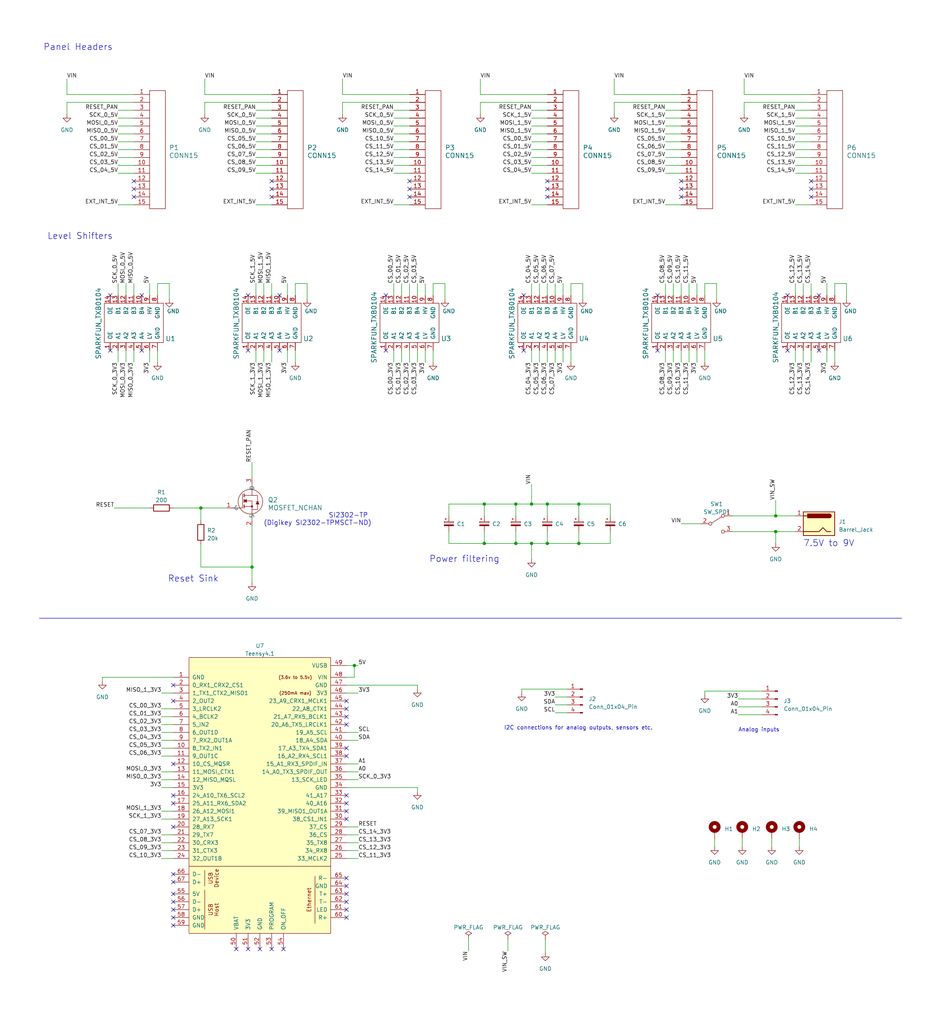
<source format=kicad_sch>
(kicad_sch (version 20230121) (generator eeschema)
  (paper "User" 304.8 330.2)
  (title_block (title "G4 Test Arena Teensy 4.1") (date "07/14/2023") (rev "v0.1") (company "IORodeo"))
  (lib_symbols
    (symbol "Connector:Barrel_Jack" (pin_names (offset 1.016))
      (property "Reference" "J" (at 0 5.334 0))
      (property "Value" "Barrel_Jack" (at 0 -5.08 0))
      (symbol "Barrel_Jack_1_1"
        (pin passive line (at 7.62 2.54 180) (length 2.54) (name "~") (number "1"))
        (pin passive line (at 7.62 -2.54 180) (length 2.54) (name "~") (number "2"))
      )
    )
    (symbol "Connector:Conn_01x04_Pin" (pin_names (offset 1.016) hide)
      (property "Reference" "J" (at 0 5.08 0))
      (property "Value" "Conn_01x04_Pin" (at 0 -7.62 0))
      (symbol "Conn_01x04_Pin_1_1"
        (pin passive line (at 5.08 2.54 180) (length 3.81) (name "Pin_1") (number "1"))
        (pin passive line (at 5.08 0 180) (length 3.81) (name "Pin_2") (number "2"))
        (pin passive line (at 5.08 -2.54 180) (length 3.81) (name "Pin_3") (number "3"))
        (pin passive line (at 5.08 -5.08 180) (length 3.81) (name "Pin_4") (number "4"))
      )
    )
    (symbol "Device:C_Polarized_Small" (pin_numbers hide) (pin_names (offset 0.254) hide)
      (property "Reference" "C" (at 0.254 1.778 0))
      (property "Value" "C_Polarized_Small" (at 0.254 -2.032 0))
      (symbol "C_Polarized_Small_1_1"
        (pin passive line (at 0 2.54 270) (length 1.8542) (name "~") (number "1"))
        (pin passive line (at 0 -2.54 90) (length 1.8542) (name "~") (number "2"))
      )
    )
    (symbol "Device:R" (pin_numbers hide) (pin_names (offset 0))
      (property "Reference" "R" (at 2.032 0 90))
      (property "Value" "R" (at 0 0 90))
      (symbol "R_1_1"
        (pin passive line (at 0 3.81 270) (length 1.27) (name "~") (number "1"))
        (pin passive line (at 0 -3.81 90) (length 1.27) (name "~") (number "2"))
      )
    )
    (symbol "Mechanical:MountingHole_Pad" (pin_numbers hide) (pin_names (offset 1.016) hide)
      (property "Reference" "H" (at 0 6.35 0))
      (property "Value" "MountingHole_Pad" (at 0 4.445 0))
      (symbol "MountingHole_Pad_1_1"
        (pin input line (at 0 -2.54 90) (length 2.54) (name "1") (number "1"))
      )
    )
    (symbol "Switch:SW_SPDT" (pin_names (offset 0) hide)
      (property "Reference" "SW" (at 0 4.318 0))
      (property "Value" "SW_SPDT" (at 0 -5.08 0))
      (symbol "SW_SPDT_1_1"
        (pin passive line (at 5.08 2.54 180) (length 2.54) (name "A") (number "1"))
        (pin passive line (at -5.08 0 0) (length 2.54) (name "B") (number "2"))
        (pin passive line (at 5.08 -2.54 180) (length 2.54) (name "C") (number "3"))
      )
    )
    (symbol "arena_custom:CONN15" (pin_names (offset 1.016))
      (property "Reference" "P" (at -17.78 6.35 0))
      (property "Value" "CONN15" (at 13.97 6.35 0))
      (symbol "CONN15_1_1"
        (pin passive line (at -17.78 -5.08 90) (length 5.08) (name "~") (number "1"))
        (pin passive line (at 5.08 -5.08 90) (length 5.08) (name "~") (number "10"))
        (pin passive line (at 7.62 -5.08 90) (length 5.08) (name "~") (number "11"))
        (pin passive line (at 10.16 -5.08 90) (length 5.08) (name "~") (number "12"))
        (pin passive line (at 12.7 -5.08 90) (length 5.08) (name "~") (number "13"))
        (pin passive line (at 15.24 -5.08 90) (length 5.08) (name "~") (number "14"))
        (pin passive line (at 17.78 -5.08 90) (length 5.08) (name "~") (number "15"))
        (pin passive line (at -15.24 -5.08 90) (length 5.08) (name "~") (number "2"))
        (pin passive line (at -12.7 -5.08 90) (length 5.08) (name "~") (number "3"))
        (pin passive line (at -10.16 -5.08 90) (length 5.08) (name "~") (number "4"))
        (pin passive line (at -7.62 -5.08 90) (length 5.08) (name "~") (number "5"))
        (pin passive line (at -5.08 -5.08 90) (length 5.08) (name "~") (number "6"))
        (pin passive line (at -2.54 -5.08 90) (length 5.08) (name "~") (number "7"))
        (pin passive line (at 0 -5.08 90) (length 5.08) (name "~") (number "8"))
        (pin passive line (at 2.54 -5.08 90) (length 5.08) (name "~") (number "9"))
      )
    )
    (symbol "arena_custom:MOSFET_NCHAN" (pin_names (offset 1.016))
      (property "Reference" "Q" (at -4.826 6.35 0))
      (property "Value" "MOSFET_NCHAN" (at 0.381 -7.62 0))
      (symbol "MOSFET_NCHAN_1_1"
        (pin input line (at -8.128 0 0) (length 1.27) (name "G") (number "1"))
        (pin input line (at 0 -5.588 90) (length 1.27) (name "S") (number "2"))
        (pin input line (at 0 9.525 270) (length 1.27) (name "D") (number "3"))
      )
    )
    (symbol "arena_custom:SPARKFUN_TXB0104" (pin_names (offset 1.016))
      (property "Reference" "U" (at 0 11.43 0))
      (property "Value" "SPARKFUN_TXB0104" (at 0 -11.43 0))
      (symbol "SPARKFUN_TXB0104_1_1"
        (pin passive line (at -8.89 7.62 0) (length 2.54) (name "OE") (number "1"))
        (pin input line (at 8.89 -2.54 180) (length 2.54) (name "B4") (number "10"))
        (pin bidirectional line (at 8.89 0 180) (length 2.54) (name "B3") (number "11"))
        (pin bidirectional line (at 8.89 2.54 180) (length 2.54) (name "B2") (number "12"))
        (pin bidirectional line (at 8.89 5.08 180) (length 2.54) (name "B1") (number "13"))
        (pin passive line (at 8.89 7.62 180) (length 2.54) (name "OE") (number "14"))
        (pin bidirectional line (at -8.89 5.08 0) (length 2.54) (name "A1") (number "2"))
        (pin bidirectional line (at -8.89 2.54 0) (length 2.54) (name "A2") (number "3"))
        (pin input line (at -8.89 0 0) (length 2.54) (name "A3") (number "4"))
        (pin bidirectional line (at -8.89 -2.54 0) (length 2.54) (name "A4") (number "5"))
        (pin power_in line (at -8.89 -5.08 0) (length 2.54) (name "LV") (number "6"))
        (pin power_in line (at -8.89 -7.62 0) (length 2.54) (name "GND") (number "7"))
        (pin power_in line (at 8.89 -7.62 180) (length 2.54) (name "GND") (number "8"))
        (pin power_in line (at 8.89 -5.08 180) (length 2.54) (name "HV") (number "9"))
      )
    )
    (symbol "arena_custom:Teensy4.1" (pin_names (offset 1.016))
      (property "Reference" "U" (at 0 64.77 0))
      (property "Value" "Teensy4.1" (at 0 62.23 0))
      (symbol "Teensy4.1_0_0"
        (text "(250mA max)" (at 11.43 49.53 0) (effects (font (size 1.016 1.016))))
        (text "(3.6v to 5.5v)" (at 11.43 54.61 0) (effects (font (size 1.016 1.016))))
        (text "Device" (at -13.97 -10.16 900) (effects (font (size 1.27 1.27))))
        (text "Ethernet" (at 15.875 -17.145 900) (effects (font (size 1.27 1.27))))
        (text "Host" (at -13.97 -20.32 900) (effects (font (size 1.27 1.27))))
        (text "USB" (at -15.875 -20.32 900) (effects (font (size 1.27 1.27))))
        (text "USB" (at -15.875 -10.16 900) (effects (font (size 1.27 1.27))))
        (pin bidirectional line (at -27.94 31.75 0) (length 5.08) (name "8_TX2_IN1") (number "10"))
        (pin bidirectional line (at -27.94 29.21 0) (length 5.08) (name "9_OUT1C") (number "11"))
        (pin bidirectional line (at -27.94 26.67 0) (length 5.08) (name "10_CS_MQSR") (number "12"))
        (pin bidirectional line (at -27.94 24.13 0) (length 5.08) (name "11_MOSI_CTX1") (number "13"))
        (pin bidirectional line (at -27.94 21.59 0) (length 5.08) (name "12_MISO_MQSL") (number "14"))
        (pin power_in line (at -27.94 19.05 0) (length 5.08) (name "3V3") (number "15"))
        (pin bidirectional line (at -27.94 16.51 0) (length 5.08) (name "24_A10_TX6_SCL2") (number "16"))
        (pin bidirectional line (at -27.94 13.97 0) (length 5.08) (name "25_A11_RX6_SDA2") (number "17"))
        (pin bidirectional line (at -27.94 11.43 0) (length 5.08) (name "26_A12_MOSI1") (number "18"))
        (pin bidirectional line (at -27.94 8.89 0) (length 5.08) (name "27_A13_SCK1") (number "19"))
        (pin bidirectional line (at -27.94 6.35 0) (length 5.08) (name "28_RX7") (number "20"))
        (pin bidirectional line (at -27.94 3.81 0) (length 5.08) (name "29_TX7") (number "21"))
        (pin bidirectional line (at -27.94 1.27 0) (length 5.08) (name "30_CRX3") (number "22"))
        (pin bidirectional line (at -27.94 -1.27 0) (length 5.08) (name "31_CTX3") (number "23"))
        (pin bidirectional line (at -27.94 -3.81 0) (length 5.08) (name "32_OUT1B") (number "24"))
        (pin bidirectional line (at 27.94 -3.81 180) (length 5.08) (name "33_MCLK2") (number "25"))
        (pin bidirectional line (at 27.94 -1.27 180) (length 5.08) (name "34_RX8") (number "26"))
        (pin bidirectional line (at 27.94 1.27 180) (length 5.08) (name "35_TX8") (number "27"))
        (pin bidirectional line (at 27.94 3.81 180) (length 5.08) (name "36_CS") (number "28"))
        (pin bidirectional line (at 27.94 6.35 180) (length 5.08) (name "37_CS") (number "29"))
        (pin bidirectional line (at 27.94 8.89 180) (length 5.08) (name "38_CS1_IN1") (number "30"))
        (pin bidirectional line (at 27.94 11.43 180) (length 5.08) (name "39_MISO1_OUT1A") (number "31"))
        (pin bidirectional line (at 27.94 13.97 180) (length 5.08) (name "40_A16") (number "32"))
        (pin bidirectional line (at 27.94 16.51 180) (length 5.08) (name "41_A17") (number "33"))
        (pin bidirectional line (at 27.94 21.59 180) (length 5.08) (name "13_SCK_LED") (number "35"))
        (pin bidirectional line (at 27.94 24.13 180) (length 5.08) (name "14_A0_TX3_SPDIF_OUT") (number "36"))
        (pin bidirectional line (at 27.94 26.67 180) (length 5.08) (name "15_A1_RX3_SPDIF_IN") (number "37"))
        (pin bidirectional line (at 27.94 29.21 180) (length 5.08) (name "16_A2_RX4_SCL1") (number "38"))
        (pin bidirectional line (at 27.94 31.75 180) (length 5.08) (name "17_A3_TX4_SDA1") (number "39"))
        (pin bidirectional line (at 27.94 34.29 180) (length 5.08) (name "18_A4_SDA") (number "40"))
        (pin bidirectional line (at 27.94 36.83 180) (length 5.08) (name "19_A5_SCL") (number "41"))
        (pin bidirectional line (at 27.94 39.37 180) (length 5.08) (name "20_A6_TX5_LRCLK1") (number "42"))
        (pin bidirectional line (at 27.94 41.91 180) (length 5.08) (name "21_A7_RX5_BCLK1") (number "43"))
        (pin bidirectional line (at 27.94 44.45 180) (length 5.08) (name "22_A8_CTX1") (number "44"))
        (pin bidirectional line (at 27.94 46.99 180) (length 5.08) (name "23_A9_CRX1_MCLK1") (number "45"))
        (pin power_in line (at 27.94 54.61 180) (length 5.08) (name "VIN") (number "48"))
        (pin power_out line (at 27.94 58.42 180) (length 5.08) (name "VUSB") (number "49"))
        (pin bidirectional line (at -27.94 44.45 0) (length 5.08) (name "3_LRCLK2") (number "5"))
        (pin power_in line (at -7.62 -33.02 90) (length 5.08) (name "VBAT") (number "50"))
        (pin power_in line (at -3.81 -33.02 90) (length 5.08) (name "3V3") (number "51"))
        (pin input line (at 3.81 -33.02 90) (length 5.08) (name "PROGRAM") (number "53"))
        (pin input line (at 7.62 -33.02 90) (length 5.08) (name "ON_OFF") (number "54"))
        (pin power_out line (at -27.94 -15.24 0) (length 5.08) (name "5V") (number "55"))
        (pin bidirectional line (at -27.94 -17.78 0) (length 5.08) (name "D-") (number "56"))
        (pin bidirectional line (at -27.94 -20.32 0) (length 5.08) (name "D+") (number "57"))
        (pin power_in line (at -27.94 -22.86 0) (length 5.08) (name "GND") (number "58"))
        (pin power_in line (at -27.94 -25.4 0) (length 5.08) (name "GND") (number "59"))
        (pin bidirectional line (at -27.94 41.91 0) (length 5.08) (name "4_BCLK2") (number "6"))
        (pin bidirectional line (at 27.94 -22.86 180) (length 5.08) (name "R+") (number "60"))
        (pin bidirectional line (at 27.94 -20.32 180) (length 5.08) (name "LED") (number "61"))
        (pin bidirectional line (at 27.94 -17.78 180) (length 5.08) (name "T-") (number "62"))
        (pin bidirectional line (at 27.94 -15.24 180) (length 5.08) (name "T+") (number "63"))
        (pin power_in line (at 27.94 -12.7 180) (length 5.08) (name "GND") (number "64"))
        (pin bidirectional line (at 27.94 -10.16 180) (length 5.08) (name "R-") (number "65"))
        (pin bidirectional line (at -27.94 -8.89 0) (length 5.08) (name "D-") (number "66"))
        (pin bidirectional line (at -27.94 -11.43 0) (length 5.08) (name "D+") (number "67"))
        (pin bidirectional line (at -27.94 39.37 0) (length 5.08) (name "5_IN2") (number "7"))
        (pin bidirectional line (at -27.94 36.83 0) (length 5.08) (name "6_OUT1D") (number "8"))
        (pin bidirectional line (at -27.94 34.29 0) (length 5.08) (name "7_RX2_OUT1A") (number "9"))
      )
      (symbol "Teensy4.1_1_0"
        (pin power_out line (at 27.94 49.53 180) (length 5.08) (name "3V3") (number "46"))
        (pin power_in line (at 27.94 52.07 180) (length 5.08) (name "GND") (number "47"))
        (pin power_in line (at 0 -33.02 90) (length 5.08) (name "GND") (number "52"))
      )
      (symbol "Teensy4.1_1_1"
        (pin power_in line (at -27.94 54.61 0) (length 5.08) (name "GND") (number "1"))
        (pin bidirectional line (at -27.94 52.07 0) (length 5.08) (name "0_RX1_CRX2_CS1") (number "2"))
        (pin bidirectional line (at -27.94 49.53 0) (length 5.08) (name "1_TX1_CTX2_MISO1") (number "3"))
        (pin power_in line (at 27.94 19.05 180) (length 5.08) (name "GND") (number "34"))
        (pin bidirectional line (at -27.94 46.99 0) (length 5.08) (name "2_OUT2") (number "4"))
      )
    )
    (symbol "power:GND" (power) (pin_names (offset 0))
      (property "Value" "GND" (at 0 -3.81 0))
      (symbol "GND_1_1"
        (pin power_in line (at 0 0 270) (length 0) hide (name "GND") (number "1"))
      )
    )
    (symbol "power:PWR_FLAG" (power) (pin_numbers hide) (pin_names (offset 0) hide)
      (property "Value" "PWR_FLAG" (at 0 3.81 0))
      (symbol "PWR_FLAG_0_0"
        (pin power_out line (at 0 0 90) (length 0) (name "pwr") (number "1"))
      )
    )
  )
  (junction (at 186.69 162.56))
  (junction (at 171.45 162.56))
  (junction (at 156.21 175.26))
  (junction (at 166.37 162.56))
  (junction (at 64.77 163.83))
  (junction (at 186.69 175.26))
  (junction (at 156.21 162.56))
  (junction (at 176.53 175.26))
  (junction (at 176.53 162.56))
  (junction (at 171.45 175.26))
  (junction (at 250.19 166.37))
  (junction (at 250.19 171.45))
  (junction (at 166.37 175.26))
  (junction (at 114.3 214.63))
  (junction (at 81.28 182.88))
  (no_connect (at 111.76 233.68))
  (no_connect (at 55.88 295.91))
  (no_connect (at 176.53 58.42))
  (no_connect (at 43.18 58.42))
  (no_connect (at 55.88 246.38))
  (no_connect (at 111.76 288.29))
  (no_connect (at 55.88 259.08))
  (no_connect (at 83.82 306.07))
  (no_connect (at 111.76 228.6))
  (no_connect (at 111.76 231.14))
  (no_connect (at 111.76 261.62))
  (no_connect (at 91.44 306.07))
  (no_connect (at 111.76 293.37))
  (no_connect (at 132.08 60.96))
  (no_connect (at 55.88 281.94))
  (no_connect (at 55.88 290.83))
  (no_connect (at 55.88 256.54))
  (no_connect (at 111.76 295.91))
  (no_connect (at 111.76 290.83))
  (no_connect (at 111.76 241.3))
  (no_connect (at 35.56 113.03))
  (no_connect (at 55.88 266.7))
  (no_connect (at 43.18 60.96))
  (no_connect (at 168.91 113.03))
  (no_connect (at 124.46 113.03))
  (no_connect (at 176.53 63.5))
  (no_connect (at 45.72 95.25))
  (no_connect (at 254 95.25))
  (no_connect (at 90.17 113.03))
  (no_connect (at 261.62 60.96))
  (no_connect (at 87.63 63.5))
  (no_connect (at 80.01 95.25))
  (no_connect (at 212.09 113.03))
  (no_connect (at 261.62 58.42))
  (no_connect (at 111.76 226.06))
  (no_connect (at 176.53 60.96))
  (no_connect (at 168.91 95.25))
  (no_connect (at 55.88 288.29))
  (no_connect (at 55.88 293.37))
  (no_connect (at 80.01 113.03))
  (no_connect (at 87.63 60.96))
  (no_connect (at 111.76 243.84))
  (no_connect (at 45.72 113.03))
  (no_connect (at 219.71 63.5))
  (no_connect (at 87.63 58.42))
  (no_connect (at 111.76 264.16))
  (no_connect (at 132.08 58.42))
  (no_connect (at 55.88 226.06))
  (no_connect (at 264.16 113.03))
  (no_connect (at 87.63 306.07))
  (no_connect (at 55.88 298.45))
  (no_connect (at 90.17 95.25))
  (no_connect (at 111.76 283.21))
  (no_connect (at 264.16 95.25))
  (no_connect (at 261.62 63.5))
  (no_connect (at 219.71 60.96))
  (no_connect (at 55.88 220.98))
  (no_connect (at 55.88 284.48))
  (no_connect (at 111.76 285.75))
  (no_connect (at 254 113.03))
  (no_connect (at 212.09 95.25))
  (no_connect (at 111.76 259.08))
  (no_connect (at 124.46 95.25))
  (no_connect (at 35.56 95.25))
  (no_connect (at 111.76 256.54))
  (no_connect (at 76.2 306.07))
  (no_connect (at 43.18 63.5))
  (no_connect (at 132.08 63.5))
  (no_connect (at 219.71 58.42))
  (no_connect (at 80.01 306.07))
  (wire (pts (xy 66.04 33.02) (xy 87.63 33.02)))
  (wire (pts (xy 52.07 238.76) (xy 55.88 238.76)))
  (wire (pts (xy 179.07 224.79) (xy 182.88 224.79)))
  (wire (pts (xy 176.53 162.56) (xy 176.53 166.37)))
  (wire (pts (xy 111.76 236.22) (xy 115.57 236.22)))
  (polyline (pts (xy 12.7 199.39) (xy 290.83 199.39)))
  (wire (pts (xy 227.33 113.03) (xy 227.33 116.84)))
  (wire (pts (xy 50.8 91.44) (xy 54.61 91.44)))
  (wire (pts (xy 43.18 40.64) (xy 38.1 40.64)))
  (wire (pts (xy 171.45 175.26) (xy 171.45 180.34)))
  (wire (pts (xy 176.53 48.26) (xy 171.45 48.26)))
  (wire (pts (xy 95.25 91.44) (xy 99.06 91.44)))
  (wire (pts (xy 224.79 113.03) (xy 224.79 116.84)))
  (wire (pts (xy 52.07 261.62) (xy 55.88 261.62)))
  (wire (pts (xy 87.63 38.1) (xy 82.55 38.1)))
  (wire (pts (xy 179.07 227.33) (xy 182.88 227.33)))
  (wire (pts (xy 87.63 113.03) (xy 87.63 116.84)))
  (wire (pts (xy 154.94 33.02) (xy 176.53 33.02)))
  (wire (pts (xy 132.08 55.88) (xy 127 55.88)))
  (wire (pts (xy 87.63 43.18) (xy 82.55 43.18)))
  (wire (pts (xy 52.07 231.14) (xy 55.88 231.14)))
  (wire (pts (xy 219.71 50.8) (xy 214.63 50.8)))
  (wire (pts (xy 85.09 95.25) (xy 85.09 91.44)))
  (wire (pts (xy 114.3 214.63) (xy 115.57 214.63)))
  (wire (pts (xy 52.07 251.46) (xy 55.88 251.46)))
  (wire (pts (xy 87.63 50.8) (xy 82.55 50.8)))
  (wire (pts (xy 176.53 55.88) (xy 171.45 55.88)))
  (wire (pts (xy 261.62 38.1) (xy 256.54 38.1)))
  (wire (pts (xy 261.62 43.18) (xy 256.54 43.18)))
  (wire (pts (xy 40.64 113.03) (xy 40.64 116.84)))
  (wire (pts (xy 240.03 33.02) (xy 240.03 36.83)))
  (wire (pts (xy 144.78 162.56) (xy 156.21 162.56)))
  (wire (pts (xy 168.275 222.25) (xy 168.275 223.52)))
  (wire (pts (xy 257.81 270.51) (xy 257.81 273.05)))
  (wire (pts (xy 186.69 162.56) (xy 186.69 166.37)))
  (wire (pts (xy 239.395 270.51) (xy 239.395 273.05)))
  (wire (pts (xy 111.76 246.38) (xy 115.57 246.38)))
  (wire (pts (xy 95.25 91.44) (xy 95.25 95.25)))
  (wire (pts (xy 43.18 66.04) (xy 38.1 66.04)))
  (wire (pts (xy 43.18 45.72) (xy 38.1 45.72)))
  (wire (pts (xy 38.1 113.03) (xy 38.1 116.84)))
  (wire (pts (xy 64.77 182.88) (xy 81.28 182.88)))
  (wire (pts (xy 21.59 25.4) (xy 21.59 30.48)))
  (wire (pts (xy 132.08 48.26) (xy 127 48.26)))
  (wire (pts (xy 176.53 113.03) (xy 176.53 116.84)))
  (wire (pts (xy 219.71 35.56) (xy 214.63 35.56)))
  (wire (pts (xy 137.16 95.25) (xy 137.16 91.44)))
  (wire (pts (xy 240.03 30.48) (xy 261.62 30.48)))
  (wire (pts (xy 139.7 113.03) (xy 139.7 116.84)))
  (wire (pts (xy 43.18 38.1) (xy 38.1 38.1)))
  (wire (pts (xy 198.12 33.02) (xy 198.12 36.83)))
  (wire (pts (xy 261.62 113.03) (xy 261.62 116.84)))
  (wire (pts (xy 66.04 33.02) (xy 66.04 36.83)))
  (wire (pts (xy 52.07 264.16) (xy 55.88 264.16)))
  (wire (pts (xy 43.18 53.34) (xy 38.1 53.34)))
  (wire (pts (xy 176.53 175.26) (xy 186.69 175.26)))
  (wire (pts (xy 156.21 162.56) (xy 166.37 162.56)))
  (wire (pts (xy 230.505 270.51) (xy 230.505 273.05)))
  (wire (pts (xy 266.7 95.25) (xy 266.7 91.44)))
  (wire (pts (xy 52.07 223.52) (xy 55.88 223.52)))
  (wire (pts (xy 43.18 50.8) (xy 38.1 50.8)))
  (wire (pts (xy 127 113.03) (xy 127 116.84)))
  (wire (pts (xy 176.53 53.34) (xy 171.45 53.34)))
  (wire (pts (xy 227.33 222.885) (xy 245.745 222.885)))
  (wire (pts (xy 261.62 45.72) (xy 256.54 45.72)))
  (wire (pts (xy 132.08 53.34) (xy 127 53.34)))
  (wire (pts (xy 21.59 30.48) (xy 43.18 30.48)))
  (wire (pts (xy 129.54 95.25) (xy 129.54 91.44)))
  (wire (pts (xy 52.07 269.24) (xy 55.88 269.24)))
  (wire (pts (xy 52.07 248.92) (xy 55.88 248.92)))
  (wire (pts (xy 110.49 25.4) (xy 110.49 30.48)))
  (wire (pts (xy 173.99 113.03) (xy 173.99 116.84)))
  (wire (pts (xy 110.49 30.48) (xy 132.08 30.48)))
  (wire (pts (xy 43.18 35.56) (xy 38.1 35.56)))
  (wire (pts (xy 43.18 48.26) (xy 38.1 48.26)))
  (wire (pts (xy 111.76 238.76) (xy 115.57 238.76)))
  (wire (pts (xy 82.55 95.25) (xy 82.55 91.44)))
  (wire (pts (xy 256.54 113.03) (xy 256.54 116.84)))
  (wire (pts (xy 166.37 162.56) (xy 166.37 166.37)))
  (wire (pts (xy 66.04 30.48) (xy 87.63 30.48)))
  (wire (pts (xy 33.02 218.44) (xy 33.02 219.71)))
  (wire (pts (xy 176.53 45.72) (xy 171.45 45.72)))
  (wire (pts (xy 198.12 25.4) (xy 198.12 30.48)))
  (wire (pts (xy 176.53 162.56) (xy 186.69 162.56)))
  (wire (pts (xy 176.53 95.25) (xy 176.53 91.44)))
  (wire (pts (xy 219.71 48.26) (xy 214.63 48.26)))
  (wire (pts (xy 179.07 95.25) (xy 179.07 91.44)))
  (wire (pts (xy 52.07 271.78) (xy 55.88 271.78)))
  (wire (pts (xy 137.16 113.03) (xy 137.16 116.84)))
  (wire (pts (xy 66.04 25.4) (xy 66.04 30.48)))
  (wire (pts (xy 115.57 269.24) (xy 111.76 269.24)))
  (wire (pts (xy 144.78 171.45) (xy 144.78 175.26)))
  (wire (pts (xy 181.61 95.25) (xy 181.61 91.44)))
  (wire (pts (xy 186.69 175.26) (xy 186.69 171.45)))
  (wire (pts (xy 219.71 38.1) (xy 214.63 38.1)))
  (wire (pts (xy 175.895 302.895) (xy 175.895 307.34)))
  (wire (pts (xy 111.76 254) (xy 134.62 254)))
  (wire (pts (xy 87.63 40.64) (xy 82.55 40.64)))
  (wire (pts (xy 269.24 113.03) (xy 269.24 116.84)))
  (wire (pts (xy 166.37 162.56) (xy 171.45 162.56)))
  (wire (pts (xy 111.76 220.98) (xy 134.62 220.98)))
  (wire (pts (xy 95.25 113.03) (xy 95.25 116.84)))
  (wire (pts (xy 132.08 50.8) (xy 127 50.8)))
  (wire (pts (xy 214.63 113.03) (xy 214.63 116.84)))
  (wire (pts (xy 179.07 229.87) (xy 182.88 229.87)))
  (wire (pts (xy 250.19 171.45) (xy 250.19 175.26)))
  (wire (pts (xy 115.57 274.32) (xy 111.76 274.32)))
  (wire (pts (xy 196.85 162.56) (xy 196.85 166.37)))
  (wire (pts (xy 171.45 175.26) (xy 176.53 175.26)))
  (wire (pts (xy 261.62 95.25) (xy 261.62 91.44)))
  (wire (pts (xy 261.62 48.26) (xy 256.54 48.26)))
  (wire (pts (xy 256.54 95.25) (xy 256.54 91.44)))
  (wire (pts (xy 154.94 25.4) (xy 154.94 30.48)))
  (wire (pts (xy 132.08 38.1) (xy 127 38.1)))
  (wire (pts (xy 176.53 38.1) (xy 171.45 38.1)))
  (wire (pts (xy 176.53 35.56) (xy 171.45 35.56)))
  (wire (pts (xy 176.53 40.64) (xy 171.45 40.64)))
  (wire (pts (xy 144.78 166.37) (xy 144.78 162.56)))
  (wire (pts (xy 176.53 175.26) (xy 176.53 171.45)))
  (wire (pts (xy 48.26 113.03) (xy 48.26 116.84)))
  (wire (pts (xy 171.45 156.21) (xy 171.45 162.56)))
  (wire (pts (xy 132.08 66.04) (xy 127 66.04)))
  (wire (pts (xy 261.62 35.56) (xy 256.54 35.56)))
  (wire (pts (xy 50.8 91.44) (xy 50.8 95.25)))
  (wire (pts (xy 173.99 95.25) (xy 173.99 91.44)))
  (wire (pts (xy 21.59 33.02) (xy 21.59 36.83)))
  (wire (pts (xy 114.3 218.44) (xy 114.3 214.63)))
  (wire (pts (xy 132.08 95.25) (xy 132.08 91.44)))
  (wire (pts (xy 85.09 113.03) (xy 85.09 116.84)))
  (wire (pts (xy 196.85 171.45) (xy 196.85 175.26)))
  (wire (pts (xy 171.45 113.03) (xy 171.45 116.84)))
  (wire (pts (xy 36.83 163.83) (xy 48.26 163.83)))
  (wire (pts (xy 132.08 40.64) (xy 127 40.64)))
  (wire (pts (xy 50.8 113.03) (xy 50.8 116.84)))
  (wire (pts (xy 222.25 113.03) (xy 222.25 116.84)))
  (wire (pts (xy 171.45 162.56) (xy 176.53 162.56)))
  (wire (pts (xy 179.07 113.03) (xy 179.07 116.84)))
  (wire (pts (xy 132.08 45.72) (xy 127 45.72)))
  (wire (pts (xy 250.19 171.45) (xy 256.54 171.45)))
  (wire (pts (xy 236.22 166.37) (xy 250.19 166.37)))
  (wire (pts (xy 43.18 55.88) (xy 38.1 55.88)))
  (wire (pts (xy 43.18 43.18) (xy 38.1 43.18)))
  (wire (pts (xy 226.06 168.91) (xy 219.71 168.91)))
  (wire (pts (xy 154.94 30.48) (xy 176.53 30.48)))
  (wire (pts (xy 134.62 220.98) (xy 134.62 222.25)))
  (wire (pts (xy 250.19 166.37) (xy 256.54 166.37)))
  (wire (pts (xy 132.08 113.03) (xy 132.08 116.84)))
  (wire (pts (xy 110.49 33.02) (xy 110.49 36.83)))
  (wire (pts (xy 52.07 243.84) (xy 55.88 243.84)))
  (wire (pts (xy 52.07 236.22) (xy 55.88 236.22)))
  (wire (pts (xy 55.88 254) (xy 52.07 254)))
  (wire (pts (xy 139.7 91.44) (xy 139.7 95.25)))
  (wire (pts (xy 111.76 218.44) (xy 114.3 218.44)))
  (wire (pts (xy 184.15 91.44) (xy 187.96 91.44)))
  (wire (pts (xy 115.57 251.46) (xy 111.76 251.46)))
  (wire (pts (xy 87.63 53.34) (xy 82.55 53.34)))
  (wire (pts (xy 163.83 302.895) (xy 163.83 306.705)))
  (wire (pts (xy 217.17 113.03) (xy 217.17 116.84)))
  (wire (pts (xy 219.71 40.64) (xy 214.63 40.64)))
  (wire (pts (xy 52.07 241.3) (xy 55.88 241.3)))
  (wire (pts (xy 92.71 113.03) (xy 92.71 116.84)))
  (wire (pts (xy 82.55 113.03) (xy 82.55 116.84)))
  (wire (pts (xy 144.78 175.26) (xy 156.21 175.26)))
  (wire (pts (xy 261.62 55.88) (xy 256.54 55.88)))
  (wire (pts (xy 115.57 276.86) (xy 111.76 276.86)))
  (wire (pts (xy 134.62 254) (xy 134.62 255.27)))
  (wire (pts (xy 198.12 33.02) (xy 219.71 33.02)))
  (wire (pts (xy 184.15 91.44) (xy 184.15 95.25)))
  (wire (pts (xy 261.62 40.64) (xy 256.54 40.64)))
  (wire (pts (xy 87.63 55.88) (xy 82.55 55.88)))
  (wire (pts (xy 151.13 302.895) (xy 151.13 306.705)))
  (wire (pts (xy 181.61 113.03) (xy 181.61 116.84)))
  (wire (pts (xy 134.62 95.25) (xy 134.62 91.44)))
  (wire (pts (xy 219.71 113.03) (xy 219.71 116.84)))
  (wire (pts (xy 250.19 166.37) (xy 250.19 161.29)))
  (wire (pts (xy 219.71 55.88) (xy 214.63 55.88)))
  (wire (pts (xy 184.15 113.03) (xy 184.15 116.84)))
  (wire (pts (xy 21.59 33.02) (xy 43.18 33.02)))
  (wire (pts (xy 87.63 35.56) (xy 82.55 35.56)))
  (wire (pts (xy 129.54 113.03) (xy 129.54 116.84)))
  (wire (pts (xy 219.71 66.04) (xy 214.63 66.04)))
  (wire (pts (xy 55.88 163.83) (xy 64.77 163.83)))
  (wire (pts (xy 111.76 266.7) (xy 115.57 266.7)))
  (wire (pts (xy 269.24 91.44) (xy 269.24 95.25)))
  (wire (pts (xy 248.92 270.51) (xy 248.92 273.05)))
  (wire (pts (xy 196.85 175.26) (xy 186.69 175.26)))
  (wire (pts (xy 52.07 228.6) (xy 55.88 228.6)))
  (wire (pts (xy 132.08 43.18) (xy 127 43.18)))
  (wire (pts (xy 48.26 95.25) (xy 48.26 91.44)))
  (wire (pts (xy 99.06 91.44) (xy 99.06 96.52)))
  (wire (pts (xy 227.33 91.44) (xy 231.14 91.44)))
  (wire (pts (xy 219.71 95.25) (xy 219.71 91.44)))
  (wire (pts (xy 219.71 53.34) (xy 214.63 53.34)))
  (wire (pts (xy 81.28 182.88) (xy 81.28 187.96)))
  (wire (pts (xy 261.62 66.04) (xy 256.54 66.04)))
  (wire (pts (xy 224.79 95.25) (xy 224.79 91.44)))
  (wire (pts (xy 187.96 91.44) (xy 187.96 96.52)))
  (wire (pts (xy 115.57 271.78) (xy 111.76 271.78)))
  (wire (pts (xy 54.61 91.44) (xy 54.61 96.52)))
  (wire (pts (xy 266.7 113.03) (xy 266.7 116.84)))
  (wire (pts (xy 134.62 113.03) (xy 134.62 116.84)))
  (wire (pts (xy 240.03 25.4) (xy 240.03 30.48)))
  (wire (pts (xy 176.53 50.8) (xy 171.45 50.8)))
  (wire (pts (xy 156.21 162.56) (xy 156.21 166.37)))
  (wire (pts (xy 52.07 274.32) (xy 55.88 274.32)))
  (wire (pts (xy 238.125 227.965) (xy 245.745 227.965)))
  (wire (pts (xy 52.07 233.68) (xy 55.88 233.68)))
  (wire (pts (xy 231.14 91.44) (xy 231.14 96.52)))
  (wire (pts (xy 222.25 95.25) (xy 222.25 91.44)))
  (wire (pts (xy 171.45 43.18) (xy 176.53 43.18)))
  (wire (pts (xy 261.62 50.8) (xy 256.54 50.8)))
  (wire (pts (xy 110.49 33.02) (xy 132.08 33.02)))
  (wire (pts (xy 166.37 175.26) (xy 171.45 175.26)))
  (wire (pts (xy 259.08 95.25) (xy 259.08 91.44)))
  (wire (pts (xy 87.63 45.72) (xy 82.55 45.72)))
  (wire (pts (xy 166.37 171.45) (xy 166.37 175.26)))
  (wire (pts (xy 38.1 95.25) (xy 38.1 91.44)))
  (wire (pts (xy 64.77 163.83) (xy 64.77 167.894)))
  (wire (pts (xy 238.125 230.505) (xy 245.745 230.505)))
  (wire (pts (xy 40.64 95.25) (xy 40.64 91.44)))
  (wire (pts (xy 168.275 222.25) (xy 182.88 222.25)))
  (wire (pts (xy 92.71 95.25) (xy 92.71 91.44)))
  (wire (pts (xy 219.71 43.18) (xy 214.63 43.18)))
  (wire (pts (xy 87.63 48.26) (xy 82.55 48.26)))
  (wire (pts (xy 176.53 66.04) (xy 171.45 66.04)))
  (wire (pts (xy 87.63 91.44) (xy 87.63 95.25)))
  (wire (pts (xy 261.62 53.34) (xy 256.54 53.34)))
  (wire (pts (xy 156.21 175.26) (xy 166.37 175.26)))
  (wire (pts (xy 227.33 222.885) (xy 227.33 224.155)))
  (wire (pts (xy 111.76 248.92) (xy 115.57 248.92)))
  (wire (pts (xy 111.76 223.52) (xy 115.57 223.52)))
  (wire (pts (xy 43.18 113.03) (xy 43.18 116.84)))
  (wire (pts (xy 269.24 91.44) (xy 273.05 91.44)))
  (wire (pts (xy 52.07 276.86) (xy 55.88 276.86)))
  (wire (pts (xy 259.08 113.03) (xy 259.08 116.84)))
  (wire (pts (xy 87.63 66.04) (xy 82.55 66.04)))
  (wire (pts (xy 139.7 91.44) (xy 143.51 91.44)))
  (wire (pts (xy 198.12 30.48) (xy 219.71 30.48)))
  (wire (pts (xy 154.94 33.02) (xy 154.94 36.83)))
  (wire (pts (xy 171.45 95.25) (xy 171.45 91.44)))
  (wire (pts (xy 43.18 95.25) (xy 43.18 91.44)))
  (wire (pts (xy 217.17 95.25) (xy 217.17 91.44)))
  (wire (pts (xy 111.76 214.63) (xy 114.3 214.63)))
  (wire (pts (xy 55.88 218.44) (xy 33.02 218.44)))
  (wire (pts (xy 64.77 175.514) (xy 64.77 182.88)))
  (wire (pts (xy 214.63 95.25) (xy 214.63 91.44)))
  (wire (pts (xy 219.71 45.72) (xy 214.63 45.72)))
  (wire (pts (xy 64.77 163.83) (xy 73.152 163.83)))
  (wire (pts (xy 240.03 33.02) (xy 261.62 33.02)))
  (wire (pts (xy 127 95.25) (xy 127 91.44)))
  (wire (pts (xy 156.21 175.26) (xy 156.21 171.45)))
  (wire (pts (xy 81.28 169.418) (xy 81.28 182.88)))
  (wire (pts (xy 81.28 154.305) (xy 81.28 149.098)))
  (wire (pts (xy 143.51 91.44) (xy 143.51 96.52)))
  (wire (pts (xy 238.125 225.425) (xy 245.745 225.425)))
  (wire (pts (xy 132.08 35.56) (xy 127 35.56)))
  (wire (pts (xy 236.22 171.45) (xy 250.19 171.45)))
  (wire (pts (xy 273.05 91.44) (xy 273.05 96.52)))
  (wire (pts (xy 186.69 162.56) (xy 196.85 162.56)))
  (wire (pts (xy 227.33 91.44) (xy 227.33 95.25)))
  (text "SI2302-TP \n(Digikey SI2302-TPMSCT-ND)" (at 119.888 169.672 0) (effects (font (size 1.524 1.524)) (justify right bottom)))
  (text "Analog inputs" (at 238.125 236.22 0) (effects (font (size 1.27 1.27)) (justify left bottom)))
  (text "Level Shifters" (at 15.24 77.47 0) (effects (font (size 2.032 2.032)) (justify left bottom)))
  (text "Panel Headers" (at 13.97 16.51 0) (effects (font (size 2.032 2.032)) (justify left bottom)))
  (text "Power filtering\n" (at 138.43 181.61 0) (effects (font (size 2.032 2.032)) (justify left bottom)))
  (text "I2C connections for analog outputs, sensors etc. " (at 162.56 235.585 0) (effects (font (size 1.27 1.27)) (justify left bottom)))
  (text "7.5V to 9V" (at 259.08 176.53 0) (effects (font (size 2.032 2.032)) (justify left bottom)))
  (text "Reset Sink" (at 54.102 187.96 0) (effects (font (size 2.032 2.032)) (justify left bottom)))
  (label "CS_09_5V" (at 217.17 91.44 90))
  (label "CS_13_5V" (at 259.08 91.44 90))
  (label "RESET_PAN" (at 127 35.56 180))
  (label "CS_11_5V" (at 222.25 91.44 90))
  (label "MOSI_0_3V3" (at 52.07 248.92 180))
  (label "A1" (at 115.57 246.38 0))
  (label "CS_09_3V3" (at 217.17 116.84 270))
  (label "CS_02_5V" (at 132.08 91.44 90))
  (label "CS_13_3V3" (at 259.08 116.84 270))
  (label "CS_13_3V3" (at 115.57 271.78 0))
  (label "MISO_1_3V3" (at 87.63 116.84 270))
  (label "CS_10_5V" (at 127 45.72 180))
  (label "3V3" (at 52.07 254 180))
  (label "CS_00_3V3" (at 52.07 228.6 180))
  (label "EXT_INT_5V" (at 38.1 66.04 180))
  (label "MOSI_1_5V" (at 214.63 40.64 180))
  (label "MOSI_1_5V" (at 171.45 40.64 180))
  (label "MISO_1_5V" (at 171.45 43.18 180))
  (label "CS_12_5V" (at 256.54 50.8 180))
  (label "5V" (at 224.79 91.44 90))
  (label "5V" (at 266.7 91.44 90))
  (label "RESET" (at 36.83 163.83 180))
  (label "CS_02_3V3" (at 52.07 233.68 180))
  (label "CS_08_5V" (at 82.55 53.34 180))
  (label "CS_04_3V3" (at 52.07 238.76 180))
  (label "CS_13_5V" (at 127 53.34 180))
  (label "MISO_1_5V" (at 214.63 43.18 180))
  (label "CS_12_3V3" (at 115.57 274.32 0))
  (label "CS_12_5V" (at 127 50.8 180))
  (label "SCK_0_3V3" (at 115.57 251.46 0))
  (label "SCK_0_3V3" (at 38.1 116.84 270))
  (label "MOSI_1_3V3" (at 85.09 116.84 270))
  (label "MISO_0_5V" (at 82.55 43.18 180))
  (label "MISO_1_5V" (at 256.54 43.18 180))
  (label "3V3" (at 48.26 116.84 270))
  (label "3V3" (at 266.7 116.84 270))
  (label "3V3" (at 92.71 116.84 270))
  (label "CS_09_5V" (at 214.63 55.88 180))
  (label "CS_06_3V3" (at 176.53 116.84 270))
  (label "SCK_0_5V" (at 82.55 38.1 180))
  (label "CS_11_3V3" (at 115.57 276.86 0))
  (label "VIN" (at 219.71 168.91 180))
  (label "RESET_PAN" (at 81.28 149.098 90))
  (label "EXT_INT_5V" (at 214.63 66.04 180))
  (label "CS_07_5V" (at 179.07 91.44 90))
  (label "A0" (at 238.125 227.965 180))
  (label "CS_10_5V" (at 256.54 45.72 180))
  (label "3V3" (at 238.125 225.425 180))
  (label "SCK_0_5V" (at 38.1 38.1 180))
  (label "CS_01_3V3" (at 52.07 231.14 180))
  (label "CS_01_5V" (at 171.45 48.26 180))
  (label "CS_00_5V" (at 127 91.44 90))
  (label "SCK_0_5V" (at 127 38.1 180))
  (label "CS_03_3V3" (at 134.62 116.84 270))
  (label "SCL" (at 115.57 236.22 0))
  (label "CS_14_3V3" (at 115.57 269.24 0))
  (label "MOSI_0_5V" (at 82.55 40.64 180))
  (label "CS_05_5V" (at 82.55 45.72 180))
  (label "5V" (at 92.71 91.44 90))
  (label "CS_12_5V" (at 256.54 91.44 90))
  (label "MOSI_0_3V3" (at 40.64 116.84 270))
  (label "MOSI_1_5V" (at 85.09 91.44 90))
  (label "CS_08_3V3" (at 214.63 116.84 270))
  (label "VIN" (at 198.12 25.4 0))
  (label "3V3" (at 179.07 224.79 180))
  (label "MISO_0_5V" (at 43.18 91.44 90))
  (label "CS_07_3V3" (at 52.07 269.24 180))
  (label "RESET_PAN" (at 38.1 35.56 180))
  (label "RESET" (at 115.57 266.7 0))
  (label "CS_11_3V3" (at 222.25 116.84 270))
  (label "CS_02_5V" (at 171.45 50.8 180))
  (label "CS_05_3V3" (at 52.07 241.3 180))
  (label "CS_05_5V" (at 173.99 91.44 90))
  (label "MISO_0_5V" (at 38.1 43.18 180))
  (label "SCK_1_5V" (at 214.63 38.1 180))
  (label "CS_09_3V3" (at 52.07 274.32 180))
  (label "5V" (at 48.26 91.44 90))
  (label "CS_07_5V" (at 214.63 50.8 180))
  (label "RESET_PAN" (at 82.55 35.56 180))
  (label "EXT_INT_5V" (at 82.55 66.04 180))
  (label "CS_08_3V3" (at 52.07 271.78 180))
  (label "CS_14_5V" (at 127 55.88 180))
  (label "CS_07_3V3" (at 179.07 116.84 270))
  (label "CS_00_5V" (at 171.45 45.72 180))
  (label "CS_03_5V" (at 171.45 53.34 180))
  (label "CS_06_3V3" (at 52.07 243.84 180))
  (label "3V3" (at 115.57 223.52 0))
  (label "CS_04_5V" (at 38.1 55.88 180))
  (label "CS_09_5V" (at 82.55 55.88 180))
  (label "SCK_0_5V" (at 38.1 91.44 90))
  (label "SCL" (at 179.07 229.87 180))
  (label "CS_04_3V3" (at 171.45 116.84 270))
  (label "5V" (at 181.61 91.44 90))
  (label "CS_01_5V" (at 38.1 48.26 180))
  (label "VIN" (at 21.59 25.4 0))
  (label "CS_06_5V" (at 176.53 91.44 90))
  (label "CS_00_3V3" (at 127 116.84 270))
  (label "CS_11_5V" (at 127 48.26 180))
  (label "CS_10_3V3" (at 52.07 276.86 180))
  (label "CS_11_5V" (at 256.54 48.26 180))
  (label "CS_06_5V" (at 214.63 48.26 180))
  (label "CS_10_3V3" (at 219.71 116.84 270))
  (label "3V3" (at 137.16 116.84 270))
  (label "CS_03_5V" (at 38.1 53.34 180))
  (label "CS_13_5V" (at 256.54 53.34 180))
  (label "CS_03_3V3" (at 52.07 236.22 180))
  (label "VIN" (at 240.03 25.4 0))
  (label "MISO_0_3V3" (at 52.07 251.46 180))
  (label "CS_05_5V" (at 214.63 45.72 180))
  (label "CS_14_5V" (at 256.54 55.88 180))
  (label "CS_12_3V3" (at 256.54 116.84 270))
  (label "SDA" (at 115.57 238.76 0))
  (label "CS_07_5V" (at 82.55 50.8 180))
  (label "RESET_PAN" (at 171.45 35.56 180))
  (label "CS_02_3V3" (at 132.08 116.84 270))
  (label "A0" (at 115.57 248.92 0))
  (label "CS_05_3V3" (at 173.99 116.84 270))
  (label "VIN" (at 110.49 25.4 0))
  (label "3V3" (at 224.79 116.84 270))
  (label "CS_01_5V" (at 129.54 91.44 90))
  (label "5V" (at 137.16 91.44 90))
  (label "MISO_1_3V3" (at 52.07 223.52 180))
  (label "MOSI_1_5V" (at 256.54 40.64 180))
  (label "MOSI_0_5V" (at 40.64 91.44 90))
  (label "CS_14_5V" (at 261.62 91.44 90))
  (label "RESET_PAN" (at 214.63 35.56 180))
  (label "VIN_SW" (at 163.83 306.705 270))
  (label "VIN" (at 171.45 156.21 90))
  (label "SCK_1_3V3" (at 82.55 116.84 270))
  (label "CS_00_5V" (at 38.1 45.72 180))
  (label "MISO_0_5V" (at 127 43.18 180))
  (label "EXT_INT_5V" (at 256.54 66.04 180))
  (label "CS_14_3V3" (at 261.62 116.84 270))
  (label "SCK_1_3V3" (at 52.07 264.16 180))
  (label "MOSI_1_3V3" (at 52.07 261.62 180))
  (label "SCK_1_5V" (at 82.55 91.44 90))
  (label "CS_02_5V" (at 38.1 50.8 180))
  (label "EXT_INT_5V" (at 127 66.04 180))
  (label "VIN" (at 66.04 25.4 0))
  (label "VIN" (at 151.13 306.705 270))
  (label "3V3" (at 181.61 116.84 270))
  (label "CS_06_5V" (at 82.55 48.26 180))
  (label "MISO_1_5V" (at 87.63 91.44 90))
  (label "EXT_INT_5V" (at 171.45 66.04 180))
  (label "CS_04_5V" (at 171.45 91.44 90))
  (label "SDA" (at 179.07 227.33 180))
  (label "SCK_1_5V" (at 256.54 38.1 180))
  (label "CS_01_3V3" (at 129.54 116.84 270))
  (label "RESET_PAN" (at 256.54 35.56 180))
  (label "SCK_1_5V" (at 171.45 38.1 180))
  (label "MOSI_0_5V" (at 38.1 40.64 180))
  (label "VIN" (at 154.94 25.4 0))
  (label "VIN_SW" (at 250.19 161.29 90))
  (label "MOSI_0_5V" (at 127 40.64 180))
  (label "CS_03_5V" (at 134.62 91.44 90))
  (label "A1" (at 238.125 230.505 180))
  (label "MISO_0_3V3" (at 43.18 116.84 270))
  (label "CS_08_5V" (at 214.63 53.34 180))
  (label "CS_08_5V" (at 214.63 91.44 90))
  (label "CS_10_5V" (at 219.71 91.44 90))
  (label "5V" (at 115.57 214.63 0))
  (label "CS_04_5V" (at 171.45 55.88 180))
  (symbol (lib_id "Device:C_Polarized_Small") (at 144.78 168.91 0) (unit 1)
    (property "Reference" "C1" (at 147.32 168.9989 0) (effects (justify left)))
    (property "Value" "C_Polarized_Small" (effects hide))
    (property "Footprint" "arena_custom:Capacitor_Polarized" (effects hide))
  )
  (symbol (lib_id "power:GND") (at 66.04 36.83 0) (unit 1)
    (property "Reference" "#PWR053" (effects hide))
    (property "Value" "GND" (at 66.04 41.91 0))
  )
  (symbol (lib_id "power:GND") (at 143.51 96.52 0) (unit 1)
    (property "Reference" "#PWR042" (effects hide))
    (property "Value" "GND" (at 144.78 100.33 0))
  )
  (symbol (lib_id "arena_custom:SPARKFUN_TXB0104") (at 43.18 104.14 90) (unit 1)
    (property "Reference" "U1" (at 53.34 109.22 90) (effects (font (size 1.524 1.524)) (justify right)))
    (property "Value" "SPARKFUN_TXB0104" (at 31.75 92.71 0) (effects (font (size 1.524 1.524)) (justify right)))
    (property "Footprint" "arena_custom:SPARKFUN_TXB0104" (effects hide))
  )
  (symbol (lib_id "Connector:Conn_01x04_Pin") (at 187.96 224.79 0) (mirror y) (unit 1)
    (property "Reference" "J2" (at 189.865 225.425 0) (effects (justify right)))
    (property "Value" "Conn_01x04_Pin" (at 189.865 227.965 0) (effects (justify right)))
    (property "Footprint" "arena_custom:NS-Tech_Grove_1x04_P2mm_Horizontal" (effects hide))
  )
  (symbol (lib_id "power:GND") (at 198.12 36.83 0) (unit 1)
    (property "Reference" "#PWR051" (effects hide))
    (property "Value" "GND" (at 198.12 41.91 0))
  )
  (symbol (lib_id "arena_custom:CONN15") (at 92.71 48.26 270) (unit 1)
    (property "Reference" "P2" (at 99.06 47.625 90) (effects (font (size 1.524 1.524)) (justify left)))
    (property "Value" "CONN15" (at 99.06 50.165 90) (effects (font (size 1.524 1.524)) (justify left)))
    (property "Footprint" "arena_custom:HEADER_TOP" (effects hide))
  )
  (symbol (lib_id "Device:C_Polarized_Small") (at 186.69 168.91 0) (unit 1)
    (property "Reference" "C5" (at 189.23 168.9989 0) (effects (justify left)))
    (property "Value" "C_Polarized_Small" (effects hide))
    (property "Footprint" "arena_custom:Capacitor_Polarized" (effects hide))
  )
  (symbol (lib_id "power:GND") (at 50.8 116.84 0) (unit 1)
    (property "Reference" "#PWR038" (effects hide))
    (property "Value" "GND" (at 50.8 121.92 0))
  )
  (symbol (lib_id "power:GND") (at 139.7 116.84 0) (unit 1)
    (property "Reference" "#PWR043" (effects hide))
    (property "Value" "GND" (at 139.7 121.92 0))
  )
  (symbol (lib_id "arena_custom:CONN15") (at 266.7 48.26 270) (unit 1)
    (property "Reference" "P6" (at 273.05 47.625 90) (effects (font (size 1.524 1.524)) (justify left)))
    (property "Value" "CONN15" (at 273.05 50.165 90) (effects (font (size 1.524 1.524)) (justify left)))
    (property "Footprint" "arena_custom:HEADER_TOP" (effects hide))
  )
  (symbol (lib_id "Device:C_Polarized_Small") (at 196.85 168.91 0) (unit 1)
    (property "Reference" "C6" (at 199.39 168.9989 0) (effects (justify left)))
    (property "Value" "C_Polarized_Small" (effects hide))
    (property "Footprint" "arena_custom:Capacitor_Polarized" (effects hide))
  )
  (symbol (lib_id "arena_custom:MOSFET_NCHAN") (at 81.28 163.83 0) (unit 1)
    (property "Reference" "Q2" (at 86.36 161.2265 0) (effects (font (size 1.524 1.524)) (justify left)))
    (property "Value" "MOSFET_NCHAN" (at 86.36 163.7665 0) (effects (font (size 1.524 1.524)) (justify left)))
    (property "Footprint" "Package_TO_SOT_SMD:SOT-23-3" (effects hide))
  )
  (symbol (lib_id "power:GND") (at 21.59 36.83 0) (unit 1)
    (property "Reference" "#PWR054" (effects hide))
    (property "Value" "GND" (at 21.59 41.91 0))
  )
  (symbol (lib_id "Device:C_Polarized_Small") (at 156.21 168.91 0) (unit 1)
    (property "Reference" "C2" (at 158.75 168.9989 0) (effects (justify left)))
    (property "Value" "C_Polarized_Small" (effects hide))
    (property "Footprint" "arena_custom:Capacitor_Polarized" (effects hide))
  )
  (symbol (lib_id "arena_custom:CONN15") (at 137.16 48.26 270) (unit 1)
    (property "Reference" "P3" (at 143.51 47.625 90) (effects (font (size 1.524 1.524)) (justify left)))
    (property "Value" "CONN15" (at 143.51 50.165 90) (effects (font (size 1.524 1.524)) (justify left)))
    (property "Footprint" "arena_custom:HEADER_TOP" (effects hide))
  )
  (symbol (lib_id "power:GND") (at 231.14 96.52 0) (unit 1)
    (property "Reference" "#PWR046" (effects hide))
    (property "Value" "GND" (at 232.41 100.33 0))
  )
  (symbol (lib_id "Device:C_Polarized_Small") (at 166.37 168.91 0) (unit 1)
    (property "Reference" "C3" (at 168.91 168.9989 0) (effects (justify left)))
    (property "Value" "C_Polarized_Small" (effects hide))
    (property "Footprint" "arena_custom:Capacitor_Polarized" (effects hide))
  )
  (symbol (lib_id "Device:R") (at 64.77 171.704 180) (unit 1)
    (property "Reference" "R2" (at 66.802 171.069 0) (effects (justify right)))
    (property "Value" "20k" (at 66.802 173.609 0) (effects (justify right)))
    (property "Footprint" "Resistor_SMD:R_0805_2012Metric" (effects hide))
  )
  (symbol (lib_id "power:GND") (at 248.92 273.05 0) (mirror y) (unit 1)
    (property "Reference" "#PWR010" (effects hide))
    (property "Value" "GND" (at 248.92 278.13 0))
  )
  (symbol (lib_id "power:GND") (at 240.03 36.83 0) (unit 1)
    (property "Reference" "#PWR050" (effects hide))
    (property "Value" "GND" (at 240.03 41.91 0))
  )
  (symbol (lib_id "Mechanical:MountingHole_Pad") (at 248.92 267.97 0) (unit 1)
    (property "Reference" "H3" (at 252.095 267.335 0) (effects (justify left)))
    (property "Value" "MountingHole_Pad" (effects hide))
    (property "Footprint" "MountingHole:MountingHole_3.2mm_M3_DIN965_Pad" (effects hide))
  )
  (symbol (lib_id "power:GND") (at 227.33 116.84 0) (unit 1)
    (property "Reference" "#PWR047" (effects hide))
    (property "Value" "GND" (at 227.33 121.92 0))
  )
  (symbol (lib_id "power:GND") (at 257.81 273.05 0) (mirror y) (unit 1)
    (property "Reference" "#PWR011" (effects hide))
    (property "Value" "GND" (at 257.81 278.13 0))
  )
  (symbol (lib_id "arena_custom:Teensy4.1") (at 83.82 273.05 0) (unit 1)
    (property "Reference" "U7" (at 83.82 208.28 0))
    (property "Value" "Teensy4.1" (at 83.82 210.82 0))
    (property "Footprint" "teensy:Teensy41" (effects hide))
  )
  (symbol (lib_id "arena_custom:SPARKFUN_TXB0104") (at 176.53 104.14 90) (unit 1)
    (property "Reference" "U4" (at 186.69 109.22 90) (effects (font (size 1.524 1.524)) (justify right)))
    (property "Value" "SPARKFUN_TXB0104" (at 165.1 92.71 0) (effects (font (size 1.524 1.524)) (justify right)))
    (property "Footprint" "arena_custom:SPARKFUN_TXB0104" (effects hide))
  )
  (symbol (lib_id "power:GND") (at 171.45 180.34 0) (unit 1)
    (property "Reference" "#PWR013" (effects hide))
    (property "Value" "GND" (at 171.45 185.42 0))
  )
  (symbol (lib_id "power:GND") (at 250.19 175.26 0) (unit 1)
    (property "Reference" "#PWR02" (effects hide))
    (property "Value" "GND" (at 250.19 180.34 0))
  )
  (symbol (lib_id "arena_custom:SPARKFUN_TXB0104") (at 87.63 104.14 90) (unit 1)
    (property "Reference" "U2" (at 97.79 109.22 90) (effects (font (size 1.524 1.524)) (justify right)))
    (property "Value" "SPARKFUN_TXB0104" (at 76.2 92.71 0) (effects (font (size 1.524 1.524)) (justify right)))
    (property "Footprint" "arena_custom:SPARKFUN_TXB0104" (effects hide))
  )
  (symbol (lib_id "Device:R") (at 52.07 163.83 270) (unit 1)
    (property "Reference" "R1" (at 52.07 158.75 90))
    (property "Value" "200" (at 52.07 161.29 90))
    (property "Footprint" "Resistor_SMD:R_0805_2012Metric" (effects hide))
  )
  (symbol (lib_id "power:GND") (at 273.05 96.52 0) (unit 1)
    (property "Reference" "#PWR048" (effects hide))
    (property "Value" "GND" (at 274.32 100.33 0))
  )
  (symbol (lib_id "power:GND") (at 134.62 222.25 0) (mirror y) (unit 1)
    (property "Reference" "#PWR05" (effects hide))
    (property "Value" "GND" (at 134.62 227.33 0))
  )
  (symbol (lib_id "arena_custom:CONN15") (at 224.79 48.26 270) (unit 1)
    (property "Reference" "P5" (at 231.14 47.625 90) (effects (font (size 1.524 1.524)) (justify left)))
    (property "Value" "CONN15" (at 231.14 50.165 90) (effects (font (size 1.524 1.524)) (justify left)))
    (property "Footprint" "arena_custom:HEADER_TOP" (effects hide))
  )
  (symbol (lib_id "power:GND") (at 227.33 224.155 0) (mirror y) (unit 1)
    (property "Reference" "#PWR07" (effects hide))
    (property "Value" "GND" (at 227.33 229.235 0))
  )
  (symbol (lib_id "power:GND") (at 81.28 187.96 0) (unit 1)
    (property "Reference" "#PWR035" (effects hide))
    (property "Value" "GND" (at 81.28 193.04 0))
  )
  (symbol (lib_id "Device:C_Polarized_Small") (at 176.53 168.91 0) (unit 1)
    (property "Reference" "C4" (at 179.07 168.9989 0) (effects (justify left)))
    (property "Value" "C_Polarized_Small" (effects hide))
    (property "Footprint" "arena_custom:Capacitor_Polarized" (effects hide))
  )
  (symbol (lib_id "arena_custom:SPARKFUN_TXB0104") (at 219.71 104.14 90) (unit 1)
    (property "Reference" "U5" (at 229.87 109.22 90) (effects (font (size 1.524 1.524)) (justify right)))
    (property "Value" "SPARKFUN_TXB0104" (at 208.28 92.71 0) (effects (font (size 1.524 1.524)) (justify right)))
    (property "Footprint" "arena_custom:SPARKFUN_TXB0104" (effects hide))
  )
  (symbol (lib_id "Connector:Conn_01x04_Pin") (at 250.825 225.425 0) (mirror y) (unit 1)
    (property "Reference" "J3" (at 252.73 226.06 0) (effects (justify right)))
    (property "Value" "Conn_01x04_Pin" (at 252.73 228.6 0) (effects (justify right)))
    (property "Footprint" "arena_custom:NS-Tech_Grove_1x04_P2mm_Horizontal" (effects hide))
  )
  (symbol (lib_id "Connector:Barrel_Jack") (at 264.16 168.91 0) (mirror y) (unit 1)
    (property "Reference" "J1" (at 270.51 168.275 0) (effects (justify right)))
    (property "Value" "Barrel_Jack" (at 270.51 170.815 0) (effects (justify right)))
    (property "Footprint" "arena_custom:DCJACK_2PIN_HIGHCURRENT" (effects hide))
  )
  (symbol (lib_id "Mechanical:MountingHole_Pad") (at 257.81 267.97 0) (unit 1)
    (property "Reference" "H4" (at 260.985 267.335 0) (effects (justify left)))
    (property "Value" "MountingHole_Pad" (effects hide))
    (property "Footprint" "MountingHole:MountingHole_3.2mm_M3_DIN965_Pad" (effects hide))
  )
  (symbol (lib_id "power:GND") (at 269.24 116.84 0) (unit 1)
    (property "Reference" "#PWR049" (effects hide))
    (property "Value" "GND" (at 269.24 121.92 0))
  )
  (symbol (lib_id "power:GND") (at 168.275 223.52 0) (mirror y) (unit 1)
    (property "Reference" "#PWR01" (effects hide))
    (property "Value" "GND" (at 168.275 228.6 0))
  )
  (symbol (lib_id "power:GND") (at 187.96 96.52 0) (unit 1)
    (property "Reference" "#PWR044" (effects hide))
    (property "Value" "GND" (at 189.23 100.33 0))
  )
  (symbol (lib_id "power:PWR_FLAG") (at 151.13 302.895 0) (unit 1)
    (property "Reference" "#FLG02" (effects hide))
    (property "Value" "PWR_FLAG" (at 151.13 299.085 0))
  )
  (symbol (lib_id "power:GND") (at 184.15 116.84 0) (unit 1)
    (property "Reference" "#PWR045" (effects hide))
    (property "Value" "GND" (at 184.15 121.92 0))
  )
  (symbol (lib_id "Switch:SW_SPDT") (at 231.14 168.91 0) (unit 1)
    (property "Reference" "SW1" (at 231.14 162.56 0))
    (property "Value" "SW_SPDT" (at 231.14 165.1 0))
    (property "Footprint" "arena_custom:slide_switch" (effects hide))
  )
  (symbol (lib_id "power:GND") (at 175.895 307.34 0) (unit 1)
    (property "Reference" "#PWR04" (effects hide))
    (property "Value" "GND" (at 175.895 312.42 0))
  )
  (symbol (lib_id "arena_custom:CONN15") (at 48.26 48.26 270) (unit 1)
    (property "Reference" "P1" (at 54.483 47.625 90) (effects (font (size 1.524 1.524)) (justify left)))
    (property "Value" "CONN15" (at 54.483 50.165 90) (effects (font (size 1.524 1.524)) (justify left)))
    (property "Footprint" "arena_custom:HEADER_TOP" (effects hide))
  )
  (symbol (lib_id "power:GND") (at 239.395 273.05 0) (mirror y) (unit 1)
    (property "Reference" "#PWR09" (effects hide))
    (property "Value" "GND" (at 239.395 278.13 0))
  )
  (symbol (lib_id "power:PWR_FLAG") (at 175.895 302.895 0) (unit 1)
    (property "Reference" "#FLG03" (effects hide))
    (property "Value" "PWR_FLAG" (at 175.895 299.085 0))
  )
  (symbol (lib_id "power:GND") (at 99.06 96.52 0) (unit 1)
    (property "Reference" "#PWR041" (effects hide))
    (property "Value" "GND" (at 100.33 100.33 0))
  )
  (symbol (lib_id "power:GND") (at 154.94 36.83 0) (unit 1)
    (property "Reference" "#PWR052" (effects hide))
    (property "Value" "GND" (at 154.94 41.91 0))
  )
  (symbol (lib_id "power:GND") (at 54.61 96.52 0) (unit 1)
    (property "Reference" "#PWR040" (effects hide))
    (property "Value" "GND" (at 55.88 100.33 0))
  )
  (symbol (lib_id "arena_custom:CONN15") (at 181.61 48.26 270) (unit 1)
    (property "Reference" "P4" (at 187.96 47.625 90) (effects (font (size 1.524 1.524)) (justify left)))
    (property "Value" "CONN15" (at 187.96 50.165 90) (effects (font (size 1.524 1.524)) (justify left)))
    (property "Footprint" "arena_custom:HEADER_TOP" (effects hide))
  )
  (symbol (lib_id "arena_custom:SPARKFUN_TXB0104") (at 261.62 104.14 90) (unit 1)
    (property "Reference" "U6" (at 271.78 109.22 90) (effects (font (size 1.524 1.524)) (justify right)))
    (property "Value" "SPARKFUN_TXB0104" (at 250.19 93.98 0) (effects (font (size 1.524 1.524)) (justify right)))
    (property "Footprint" "arena_custom:SPARKFUN_TXB0104" (effects hide))
  )
  (symbol (lib_id "power:GND") (at 110.49 36.83 0) (unit 1)
    (property "Reference" "#PWR03" (effects hide))
    (property "Value" "GND" (at 110.49 41.91 0))
  )
  (symbol (lib_id "power:GND") (at 33.02 219.71 0) (unit 1)
    (property "Reference" "#PWR016" (effects hide))
    (property "Value" "GND" (at 33.02 224.79 0))
  )
  (symbol (lib_id "Mechanical:MountingHole_Pad") (at 230.505 267.97 0) (unit 1)
    (property "Reference" "H1" (at 233.68 267.335 0) (effects (justify left)))
    (property "Value" "MountingHole_Pad" (effects hide))
    (property "Footprint" "MountingHole:MountingHole_3.2mm_M3_DIN965_Pad" (effects hide))
  )
  (symbol (lib_id "power:GND") (at 230.505 273.05 0) (mirror y) (unit 1)
    (property "Reference" "#PWR08" (effects hide))
    (property "Value" "GND" (at 230.505 278.13 0))
  )
  (symbol (lib_id "power:GND") (at 134.62 255.27 0) (mirror y) (unit 1)
    (property "Reference" "#PWR06" (effects hide))
    (property "Value" "GND" (at 134.62 260.35 0))
  )
  (symbol (lib_id "power:PWR_FLAG") (at 163.83 302.895 0) (unit 1)
    (property "Reference" "#FLG01" (effects hide))
    (property "Value" "PWR_FLAG" (at 163.83 299.085 0))
  )
  (symbol (lib_id "arena_custom:SPARKFUN_TXB0104") (at 132.08 104.14 90) (unit 1)
    (property "Reference" "U3" (at 142.24 109.22 90) (effects (font (size 1.524 1.524)) (justify right)))
    (property "Value" "SPARKFUN_TXB0104" (at 120.65 93.98 0) (effects (font (size 1.524 1.524)) (justify right)))
    (property "Footprint" "arena_custom:SPARKFUN_TXB0104" (effects hide))
  )
  (symbol (lib_id "power:GND") (at 95.25 116.84 0) (unit 1)
    (property "Reference" "#PWR039" (effects hide))
    (property "Value" "GND" (at 95.25 121.92 0))
  )
  (symbol (lib_id "Mechanical:MountingHole_Pad") (at 239.395 267.97 0) (unit 1)
    (property "Reference" "H2" (at 242.57 267.335 0) (effects (justify left)))
    (property "Value" "MountingHole_Pad" (effects hide))
    (property "Footprint" "MountingHole:MountingHole_3.2mm_M3_DIN965_Pad" (effects hide))
  )
)
</source>
